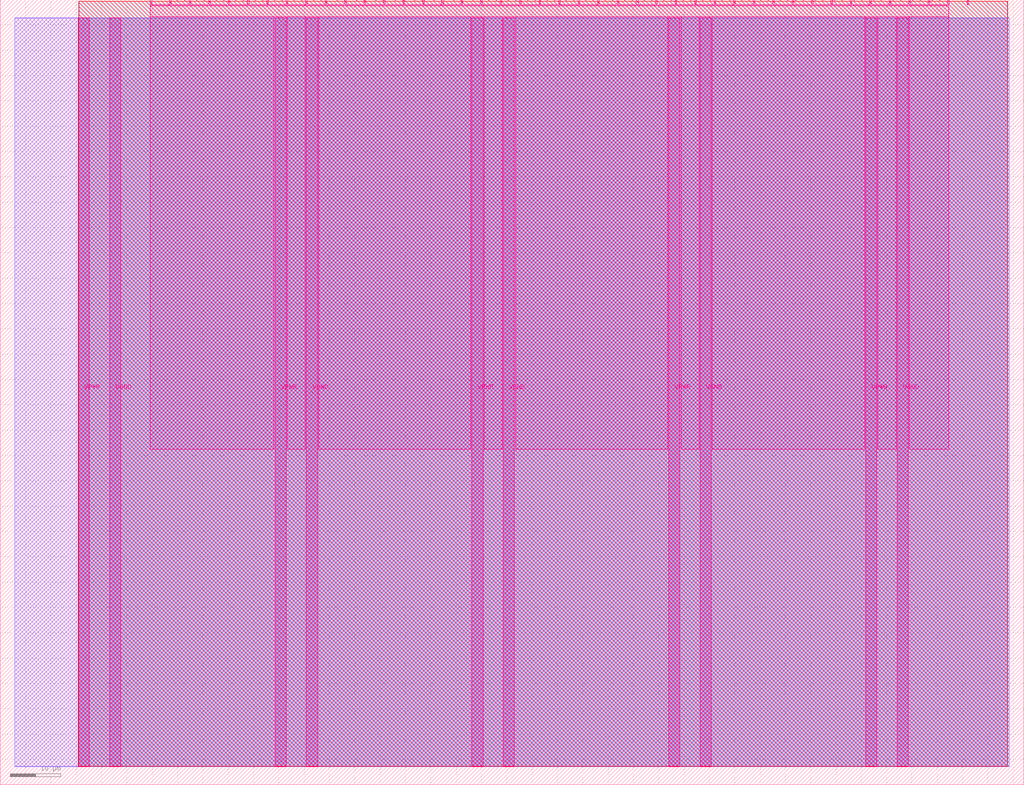
<source format=lef>
VERSION 5.7 ;
  NOWIREEXTENSIONATPIN ON ;
  DIVIDERCHAR "/" ;
  BUSBITCHARS "[]" ;
MACRO tt_um_rebeccargb_styler
  CLASS BLOCK ;
  FOREIGN tt_um_rebeccargb_styler ;
  ORIGIN 0.000 0.000 ;
  SIZE 202.080 BY 154.980 ;
  PIN VGND
    DIRECTION INOUT ;
    USE GROUND ;
    PORT
      LAYER Metal5 ;
        RECT 21.580 3.560 23.780 151.420 ;
    END
    PORT
      LAYER Metal5 ;
        RECT 60.450 3.560 62.650 151.420 ;
    END
    PORT
      LAYER Metal5 ;
        RECT 99.320 3.560 101.520 151.420 ;
    END
    PORT
      LAYER Metal5 ;
        RECT 138.190 3.560 140.390 151.420 ;
    END
    PORT
      LAYER Metal5 ;
        RECT 177.060 3.560 179.260 151.420 ;
    END
  END VGND
  PIN VPWR
    DIRECTION INOUT ;
    USE POWER ;
    PORT
      LAYER Metal5 ;
        RECT 15.380 3.560 17.580 151.420 ;
    END
    PORT
      LAYER Metal5 ;
        RECT 54.250 3.560 56.450 151.420 ;
    END
    PORT
      LAYER Metal5 ;
        RECT 93.120 3.560 95.320 151.420 ;
    END
    PORT
      LAYER Metal5 ;
        RECT 131.990 3.560 134.190 151.420 ;
    END
    PORT
      LAYER Metal5 ;
        RECT 170.860 3.560 173.060 151.420 ;
    END
  END VPWR
  PIN clk
    DIRECTION INPUT ;
    USE SIGNAL ;
    ANTENNAGATEAREA 0.213200 ;
    PORT
      LAYER Metal5 ;
        RECT 187.050 153.980 187.350 154.980 ;
    END
  END clk
  PIN ena
    DIRECTION INPUT ;
    USE SIGNAL ;
    PORT
      LAYER Metal5 ;
        RECT 190.890 153.980 191.190 154.980 ;
    END
  END ena
  PIN rst_n
    DIRECTION INPUT ;
    USE SIGNAL ;
    ANTENNAGATEAREA 0.393900 ;
    PORT
      LAYER Metal5 ;
        RECT 183.210 153.980 183.510 154.980 ;
    END
  END rst_n
  PIN ui_in[0]
    DIRECTION INPUT ;
    USE SIGNAL ;
    ANTENNAGATEAREA 0.213200 ;
    PORT
      LAYER Metal5 ;
        RECT 179.370 153.980 179.670 154.980 ;
    END
  END ui_in[0]
  PIN ui_in[1]
    DIRECTION INPUT ;
    USE SIGNAL ;
    ANTENNAGATEAREA 0.213200 ;
    PORT
      LAYER Metal5 ;
        RECT 175.530 153.980 175.830 154.980 ;
    END
  END ui_in[1]
  PIN ui_in[2]
    DIRECTION INPUT ;
    USE SIGNAL ;
    ANTENNAGATEAREA 0.314600 ;
    PORT
      LAYER Metal5 ;
        RECT 171.690 153.980 171.990 154.980 ;
    END
  END ui_in[2]
  PIN ui_in[3]
    DIRECTION INPUT ;
    USE SIGNAL ;
    ANTENNAGATEAREA 0.180700 ;
    PORT
      LAYER Metal5 ;
        RECT 167.850 153.980 168.150 154.980 ;
    END
  END ui_in[3]
  PIN ui_in[4]
    DIRECTION INPUT ;
    USE SIGNAL ;
    ANTENNAGATEAREA 0.180700 ;
    PORT
      LAYER Metal5 ;
        RECT 164.010 153.980 164.310 154.980 ;
    END
  END ui_in[4]
  PIN ui_in[5]
    DIRECTION INPUT ;
    USE SIGNAL ;
    ANTENNAGATEAREA 0.180700 ;
    PORT
      LAYER Metal5 ;
        RECT 160.170 153.980 160.470 154.980 ;
    END
  END ui_in[5]
  PIN ui_in[6]
    DIRECTION INPUT ;
    USE SIGNAL ;
    ANTENNAGATEAREA 0.180700 ;
    PORT
      LAYER Metal5 ;
        RECT 156.330 153.980 156.630 154.980 ;
    END
  END ui_in[6]
  PIN ui_in[7]
    DIRECTION INPUT ;
    USE SIGNAL ;
    ANTENNAGATEAREA 0.180700 ;
    PORT
      LAYER Metal5 ;
        RECT 152.490 153.980 152.790 154.980 ;
    END
  END ui_in[7]
  PIN uio_in[0]
    DIRECTION INPUT ;
    USE SIGNAL ;
    ANTENNAGATEAREA 0.314600 ;
    PORT
      LAYER Metal5 ;
        RECT 148.650 153.980 148.950 154.980 ;
    END
  END uio_in[0]
  PIN uio_in[1]
    DIRECTION INPUT ;
    USE SIGNAL ;
    ANTENNAGATEAREA 0.314600 ;
    PORT
      LAYER Metal5 ;
        RECT 144.810 153.980 145.110 154.980 ;
    END
  END uio_in[1]
  PIN uio_in[2]
    DIRECTION INPUT ;
    USE SIGNAL ;
    ANTENNAGATEAREA 0.314600 ;
    PORT
      LAYER Metal5 ;
        RECT 140.970 153.980 141.270 154.980 ;
    END
  END uio_in[2]
  PIN uio_in[3]
    DIRECTION INPUT ;
    USE SIGNAL ;
    ANTENNAGATEAREA 0.213200 ;
    PORT
      LAYER Metal5 ;
        RECT 137.130 153.980 137.430 154.980 ;
    END
  END uio_in[3]
  PIN uio_in[4]
    DIRECTION INPUT ;
    USE SIGNAL ;
    ANTENNAGATEAREA 0.213200 ;
    PORT
      LAYER Metal5 ;
        RECT 133.290 153.980 133.590 154.980 ;
    END
  END uio_in[4]
  PIN uio_in[5]
    DIRECTION INPUT ;
    USE SIGNAL ;
    ANTENNAGATEAREA 0.213200 ;
    PORT
      LAYER Metal5 ;
        RECT 129.450 153.980 129.750 154.980 ;
    END
  END uio_in[5]
  PIN uio_in[6]
    DIRECTION INPUT ;
    USE SIGNAL ;
    ANTENNAGATEAREA 0.213200 ;
    PORT
      LAYER Metal5 ;
        RECT 125.610 153.980 125.910 154.980 ;
    END
  END uio_in[6]
  PIN uio_in[7]
    DIRECTION INPUT ;
    USE SIGNAL ;
    ANTENNAGATEAREA 0.213200 ;
    PORT
      LAYER Metal5 ;
        RECT 121.770 153.980 122.070 154.980 ;
    END
  END uio_in[7]
  PIN uio_oe[0]
    DIRECTION OUTPUT ;
    USE SIGNAL ;
    ANTENNADIFFAREA 0.654800 ;
    PORT
      LAYER Metal5 ;
        RECT 56.490 153.980 56.790 154.980 ;
    END
  END uio_oe[0]
  PIN uio_oe[1]
    DIRECTION OUTPUT ;
    USE SIGNAL ;
    ANTENNADIFFAREA 0.654800 ;
    PORT
      LAYER Metal5 ;
        RECT 52.650 153.980 52.950 154.980 ;
    END
  END uio_oe[1]
  PIN uio_oe[2]
    DIRECTION OUTPUT ;
    USE SIGNAL ;
    ANTENNADIFFAREA 0.654800 ;
    PORT
      LAYER Metal5 ;
        RECT 48.810 153.980 49.110 154.980 ;
    END
  END uio_oe[2]
  PIN uio_oe[3]
    DIRECTION OUTPUT ;
    USE SIGNAL ;
    ANTENNADIFFAREA 0.654800 ;
    PORT
      LAYER Metal5 ;
        RECT 44.970 153.980 45.270 154.980 ;
    END
  END uio_oe[3]
  PIN uio_oe[4]
    DIRECTION OUTPUT ;
    USE SIGNAL ;
    ANTENNADIFFAREA 0.654800 ;
    PORT
      LAYER Metal5 ;
        RECT 41.130 153.980 41.430 154.980 ;
    END
  END uio_oe[4]
  PIN uio_oe[5]
    DIRECTION OUTPUT ;
    USE SIGNAL ;
    ANTENNADIFFAREA 0.654800 ;
    PORT
      LAYER Metal5 ;
        RECT 37.290 153.980 37.590 154.980 ;
    END
  END uio_oe[5]
  PIN uio_oe[6]
    DIRECTION OUTPUT ;
    USE SIGNAL ;
    ANTENNADIFFAREA 0.654800 ;
    PORT
      LAYER Metal5 ;
        RECT 33.450 153.980 33.750 154.980 ;
    END
  END uio_oe[6]
  PIN uio_oe[7]
    DIRECTION OUTPUT ;
    USE SIGNAL ;
    ANTENNAGATEAREA 1.264900 ;
    ANTENNADIFFAREA 0.712400 ;
    PORT
      LAYER Metal5 ;
        RECT 29.610 153.980 29.910 154.980 ;
    END
  END uio_oe[7]
  PIN uio_out[0]
    DIRECTION OUTPUT ;
    USE SIGNAL ;
    ANTENNAGATEAREA 0.180700 ;
    ANTENNADIFFAREA 0.988000 ;
    PORT
      LAYER Metal5 ;
        RECT 87.210 153.980 87.510 154.980 ;
    END
  END uio_out[0]
  PIN uio_out[1]
    DIRECTION OUTPUT ;
    USE SIGNAL ;
    ANTENNAGATEAREA 0.180700 ;
    ANTENNADIFFAREA 0.958400 ;
    PORT
      LAYER Metal5 ;
        RECT 83.370 153.980 83.670 154.980 ;
    END
  END uio_out[1]
  PIN uio_out[2]
    DIRECTION OUTPUT ;
    USE SIGNAL ;
    ANTENNAGATEAREA 0.180700 ;
    ANTENNADIFFAREA 0.988000 ;
    PORT
      LAYER Metal5 ;
        RECT 79.530 153.980 79.830 154.980 ;
    END
  END uio_out[2]
  PIN uio_out[3]
    DIRECTION OUTPUT ;
    USE SIGNAL ;
    ANTENNAGATEAREA 0.180700 ;
    ANTENNADIFFAREA 0.988000 ;
    PORT
      LAYER Metal5 ;
        RECT 75.690 153.980 75.990 154.980 ;
    END
  END uio_out[3]
  PIN uio_out[4]
    DIRECTION OUTPUT ;
    USE SIGNAL ;
    ANTENNAGATEAREA 0.180700 ;
    ANTENNADIFFAREA 0.958400 ;
    PORT
      LAYER Metal5 ;
        RECT 71.850 153.980 72.150 154.980 ;
    END
  END uio_out[4]
  PIN uio_out[5]
    DIRECTION OUTPUT ;
    USE SIGNAL ;
    ANTENNAGATEAREA 0.180700 ;
    ANTENNADIFFAREA 0.958400 ;
    PORT
      LAYER Metal5 ;
        RECT 68.010 153.980 68.310 154.980 ;
    END
  END uio_out[5]
  PIN uio_out[6]
    DIRECTION OUTPUT ;
    USE SIGNAL ;
    ANTENNAGATEAREA 0.180700 ;
    ANTENNADIFFAREA 0.958400 ;
    PORT
      LAYER Metal5 ;
        RECT 64.170 153.980 64.470 154.980 ;
    END
  END uio_out[6]
  PIN uio_out[7]
    DIRECTION OUTPUT ;
    USE SIGNAL ;
    ANTENNAGATEAREA 0.180700 ;
    ANTENNADIFFAREA 0.958400 ;
    PORT
      LAYER Metal5 ;
        RECT 60.330 153.980 60.630 154.980 ;
    END
  END uio_out[7]
  PIN uo_out[0]
    DIRECTION OUTPUT ;
    USE SIGNAL ;
    ANTENNADIFFAREA 0.654800 ;
    PORT
      LAYER Metal5 ;
        RECT 117.930 153.980 118.230 154.980 ;
    END
  END uo_out[0]
  PIN uo_out[1]
    DIRECTION OUTPUT ;
    USE SIGNAL ;
    ANTENNADIFFAREA 0.654800 ;
    PORT
      LAYER Metal5 ;
        RECT 114.090 153.980 114.390 154.980 ;
    END
  END uo_out[1]
  PIN uo_out[2]
    DIRECTION OUTPUT ;
    USE SIGNAL ;
    ANTENNADIFFAREA 0.654800 ;
    PORT
      LAYER Metal5 ;
        RECT 110.250 153.980 110.550 154.980 ;
    END
  END uo_out[2]
  PIN uo_out[3]
    DIRECTION OUTPUT ;
    USE SIGNAL ;
    ANTENNADIFFAREA 0.654800 ;
    PORT
      LAYER Metal5 ;
        RECT 106.410 153.980 106.710 154.980 ;
    END
  END uo_out[3]
  PIN uo_out[4]
    DIRECTION OUTPUT ;
    USE SIGNAL ;
    ANTENNADIFFAREA 0.654800 ;
    PORT
      LAYER Metal5 ;
        RECT 102.570 153.980 102.870 154.980 ;
    END
  END uo_out[4]
  PIN uo_out[5]
    DIRECTION OUTPUT ;
    USE SIGNAL ;
    ANTENNADIFFAREA 0.654800 ;
    PORT
      LAYER Metal5 ;
        RECT 98.730 153.980 99.030 154.980 ;
    END
  END uo_out[5]
  PIN uo_out[6]
    DIRECTION OUTPUT ;
    USE SIGNAL ;
    ANTENNADIFFAREA 0.654800 ;
    PORT
      LAYER Metal5 ;
        RECT 94.890 153.980 95.190 154.980 ;
    END
  END uo_out[6]
  PIN uo_out[7]
    DIRECTION OUTPUT ;
    USE SIGNAL ;
    ANTENNADIFFAREA 0.654800 ;
    PORT
      LAYER Metal5 ;
        RECT 91.050 153.980 91.350 154.980 ;
    END
  END uo_out[7]
  OBS
      LAYER GatPoly ;
        RECT 2.880 3.630 199.200 151.350 ;
      LAYER Metal1 ;
        RECT 2.880 3.560 199.200 151.420 ;
      LAYER Metal2 ;
        RECT 15.515 3.680 198.865 151.300 ;
      LAYER Metal3 ;
        RECT 15.560 3.635 198.820 154.705 ;
      LAYER Metal4 ;
        RECT 15.515 3.680 198.865 154.660 ;
      LAYER Metal5 ;
        RECT 30.120 153.770 33.240 153.980 ;
        RECT 33.960 153.770 37.080 153.980 ;
        RECT 37.800 153.770 40.920 153.980 ;
        RECT 41.640 153.770 44.760 153.980 ;
        RECT 45.480 153.770 48.600 153.980 ;
        RECT 49.320 153.770 52.440 153.980 ;
        RECT 53.160 153.770 56.280 153.980 ;
        RECT 57.000 153.770 60.120 153.980 ;
        RECT 60.840 153.770 63.960 153.980 ;
        RECT 64.680 153.770 67.800 153.980 ;
        RECT 68.520 153.770 71.640 153.980 ;
        RECT 72.360 153.770 75.480 153.980 ;
        RECT 76.200 153.770 79.320 153.980 ;
        RECT 80.040 153.770 83.160 153.980 ;
        RECT 83.880 153.770 87.000 153.980 ;
        RECT 87.720 153.770 90.840 153.980 ;
        RECT 91.560 153.770 94.680 153.980 ;
        RECT 95.400 153.770 98.520 153.980 ;
        RECT 99.240 153.770 102.360 153.980 ;
        RECT 103.080 153.770 106.200 153.980 ;
        RECT 106.920 153.770 110.040 153.980 ;
        RECT 110.760 153.770 113.880 153.980 ;
        RECT 114.600 153.770 117.720 153.980 ;
        RECT 118.440 153.770 121.560 153.980 ;
        RECT 122.280 153.770 125.400 153.980 ;
        RECT 126.120 153.770 129.240 153.980 ;
        RECT 129.960 153.770 133.080 153.980 ;
        RECT 133.800 153.770 136.920 153.980 ;
        RECT 137.640 153.770 140.760 153.980 ;
        RECT 141.480 153.770 144.600 153.980 ;
        RECT 145.320 153.770 148.440 153.980 ;
        RECT 149.160 153.770 152.280 153.980 ;
        RECT 153.000 153.770 156.120 153.980 ;
        RECT 156.840 153.770 159.960 153.980 ;
        RECT 160.680 153.770 163.800 153.980 ;
        RECT 164.520 153.770 167.640 153.980 ;
        RECT 168.360 153.770 171.480 153.980 ;
        RECT 172.200 153.770 175.320 153.980 ;
        RECT 176.040 153.770 179.160 153.980 ;
        RECT 179.880 153.770 183.000 153.980 ;
        RECT 183.720 153.770 186.840 153.980 ;
        RECT 29.660 151.630 187.300 153.770 ;
        RECT 29.660 66.215 54.040 151.630 ;
        RECT 56.660 66.215 60.240 151.630 ;
        RECT 62.860 66.215 92.910 151.630 ;
        RECT 95.530 66.215 99.110 151.630 ;
        RECT 101.730 66.215 131.780 151.630 ;
        RECT 134.400 66.215 137.980 151.630 ;
        RECT 140.600 66.215 170.650 151.630 ;
        RECT 173.270 66.215 176.850 151.630 ;
        RECT 179.470 66.215 187.300 151.630 ;
  END
END tt_um_rebeccargb_styler
END LIBRARY


</source>
